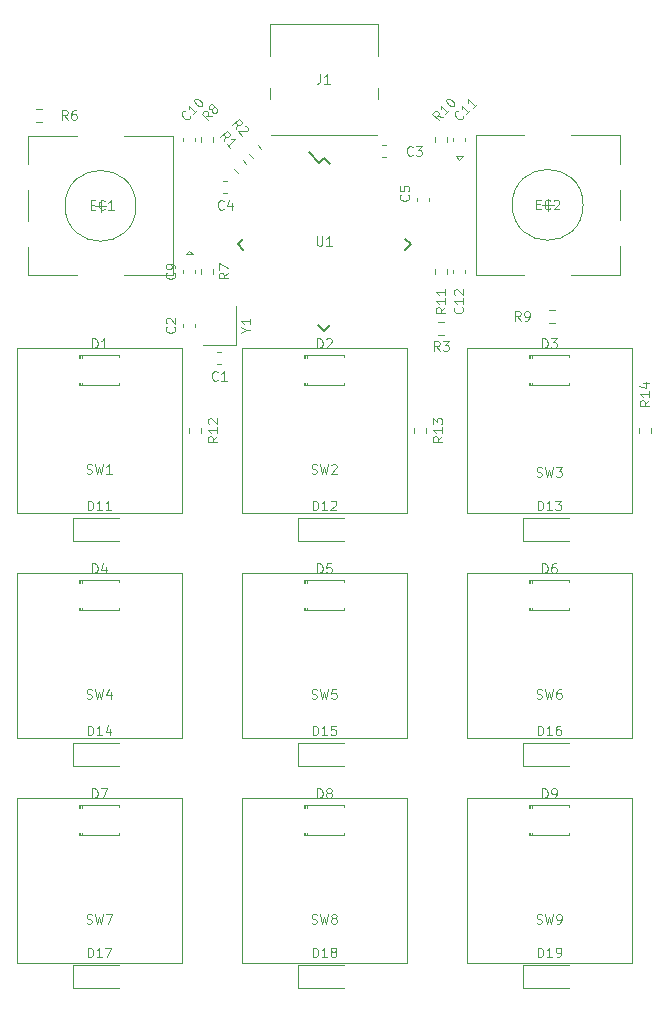
<source format=gbr>
G04 #@! TF.GenerationSoftware,KiCad,Pcbnew,(5.1.9)-1*
G04 #@! TF.CreationDate,2021-03-09T14:09:52+01:00*
G04 #@! TF.ProjectId,OpenMacroPad,4f70656e-4d61-4637-926f-5061642e6b69,rev?*
G04 #@! TF.SameCoordinates,Original*
G04 #@! TF.FileFunction,Legend,Top*
G04 #@! TF.FilePolarity,Positive*
%FSLAX46Y46*%
G04 Gerber Fmt 4.6, Leading zero omitted, Abs format (unit mm)*
G04 Created by KiCad (PCBNEW (5.1.9)-1) date 2021-03-09 14:09:52*
%MOMM*%
%LPD*%
G01*
G04 APERTURE LIST*
%ADD10C,0.120000*%
%ADD11C,0.150000*%
%ADD12C,0.100000*%
G04 APERTURE END LIST*
D10*
X202819000Y-90805000D02*
X202819000Y-104775000D01*
X188849000Y-90805000D02*
X202819000Y-90805000D01*
X188849000Y-104775000D02*
X188849000Y-90805000D01*
X202819000Y-104775000D02*
X188849000Y-104775000D01*
X198714000Y-78700000D02*
G75*
G03*
X198714000Y-78700000I-3000000J0D01*
G01*
X197714000Y-72800000D02*
X201814000Y-72800000D01*
X201814000Y-84600000D02*
X197714000Y-84600000D01*
X193714000Y-84600000D02*
X189614000Y-84600000D01*
X193714000Y-72800000D02*
X189614000Y-72800000D01*
X189614000Y-72800000D02*
X189614000Y-84600000D01*
X188214000Y-74900000D02*
X187914000Y-74600000D01*
X187914000Y-74600000D02*
X188514000Y-74600000D01*
X188514000Y-74600000D02*
X188214000Y-74900000D01*
X201814000Y-72800000D02*
X201814000Y-75200000D01*
X201814000Y-77400000D02*
X201814000Y-80000000D01*
X201814000Y-82200000D02*
X201814000Y-84600000D01*
X195714000Y-78200000D02*
X195714000Y-79200000D01*
X195214000Y-78700000D02*
X196214000Y-78700000D01*
X202819000Y-128905000D02*
X202819000Y-142875000D01*
X188849000Y-128905000D02*
X202819000Y-128905000D01*
X188849000Y-142875000D02*
X188849000Y-128905000D01*
X202819000Y-142875000D02*
X188849000Y-142875000D01*
X183769000Y-142875000D02*
X169799000Y-142875000D01*
X169799000Y-142875000D02*
X169799000Y-128905000D01*
X169799000Y-128905000D02*
X183769000Y-128905000D01*
X183769000Y-128905000D02*
X183769000Y-142875000D01*
X164719000Y-128905000D02*
X164719000Y-142875000D01*
X150749000Y-128905000D02*
X164719000Y-128905000D01*
X150749000Y-142875000D02*
X150749000Y-128905000D01*
X164719000Y-142875000D02*
X150749000Y-142875000D01*
X202819000Y-123825000D02*
X188849000Y-123825000D01*
X188849000Y-123825000D02*
X188849000Y-109855000D01*
X188849000Y-109855000D02*
X202819000Y-109855000D01*
X202819000Y-109855000D02*
X202819000Y-123825000D01*
X183769000Y-109855000D02*
X183769000Y-123825000D01*
X169799000Y-109855000D02*
X183769000Y-109855000D01*
X169799000Y-123825000D02*
X169799000Y-109855000D01*
X183769000Y-123825000D02*
X169799000Y-123825000D01*
X164719000Y-123825000D02*
X150749000Y-123825000D01*
X150749000Y-123825000D02*
X150749000Y-109855000D01*
X150749000Y-109855000D02*
X164719000Y-109855000D01*
X164719000Y-109855000D02*
X164719000Y-123825000D01*
X183769000Y-104775000D02*
X169799000Y-104775000D01*
X169799000Y-104775000D02*
X169799000Y-90805000D01*
X169799000Y-90805000D02*
X183769000Y-90805000D01*
X183769000Y-90805000D02*
X183769000Y-104775000D01*
X164719000Y-90805000D02*
X164719000Y-104775000D01*
X150749000Y-90805000D02*
X164719000Y-90805000D01*
X150749000Y-104775000D02*
X150749000Y-90805000D01*
X164719000Y-104775000D02*
X150749000Y-104775000D01*
X169294000Y-90550000D02*
X169294000Y-87250000D01*
X166494000Y-90550000D02*
X169294000Y-90550000D01*
X204484500Y-98027258D02*
X204484500Y-97552742D01*
X203439500Y-98027258D02*
X203439500Y-97552742D01*
X185434500Y-98027258D02*
X185434500Y-97552742D01*
X184389500Y-98027258D02*
X184389500Y-97552742D01*
X166384500Y-98027258D02*
X166384500Y-97552742D01*
X165339500Y-98027258D02*
X165339500Y-97552742D01*
X187212500Y-84565258D02*
X187212500Y-84090742D01*
X186167500Y-84565258D02*
X186167500Y-84090742D01*
X187212500Y-73389258D02*
X187212500Y-72914742D01*
X186167500Y-73389258D02*
X186167500Y-72914742D01*
X196325258Y-87615500D02*
X195850742Y-87615500D01*
X196325258Y-88660500D02*
X195850742Y-88660500D01*
X166355500Y-72914742D02*
X166355500Y-73389258D01*
X167400500Y-72914742D02*
X167400500Y-73389258D01*
X166355500Y-84090742D02*
X166355500Y-84565258D01*
X167400500Y-84090742D02*
X167400500Y-84565258D01*
X152416742Y-71642500D02*
X152891258Y-71642500D01*
X152416742Y-70597500D02*
X152891258Y-70597500D01*
X155484000Y-105172000D02*
X159384000Y-105172000D01*
X155484000Y-107172000D02*
X159384000Y-107172000D01*
X155484000Y-105172000D02*
X155484000Y-107172000D01*
X193584000Y-143018000D02*
X197484000Y-143018000D01*
X193584000Y-145018000D02*
X197484000Y-145018000D01*
X193584000Y-143018000D02*
X193584000Y-145018000D01*
X174534000Y-143018000D02*
X178434000Y-143018000D01*
X174534000Y-145018000D02*
X178434000Y-145018000D01*
X174534000Y-143018000D02*
X174534000Y-145018000D01*
X155484000Y-143018000D02*
X159384000Y-143018000D01*
X155484000Y-145018000D02*
X159384000Y-145018000D01*
X155484000Y-143018000D02*
X155484000Y-145018000D01*
X193584000Y-124222000D02*
X197484000Y-124222000D01*
X193584000Y-126222000D02*
X197484000Y-126222000D01*
X193584000Y-124222000D02*
X193584000Y-126222000D01*
X174534000Y-124222000D02*
X178434000Y-124222000D01*
X174534000Y-126222000D02*
X178434000Y-126222000D01*
X174534000Y-124222000D02*
X174534000Y-126222000D01*
X155484000Y-124222000D02*
X159384000Y-124222000D01*
X155484000Y-126222000D02*
X159384000Y-126222000D01*
X155484000Y-124222000D02*
X155484000Y-126222000D01*
X193584000Y-105172000D02*
X197484000Y-105172000D01*
X193584000Y-107172000D02*
X197484000Y-107172000D01*
X193584000Y-105172000D02*
X193584000Y-107172000D01*
X174534000Y-105172000D02*
X178434000Y-105172000D01*
X174534000Y-107172000D02*
X178434000Y-107172000D01*
X174534000Y-105172000D02*
X174534000Y-107172000D01*
X188724000Y-84468580D02*
X188724000Y-84187420D01*
X187704000Y-84468580D02*
X187704000Y-84187420D01*
X188724000Y-73292580D02*
X188724000Y-73011420D01*
X187704000Y-73292580D02*
X187704000Y-73011420D01*
X164844000Y-73011420D02*
X164844000Y-73292580D01*
X165864000Y-73011420D02*
X165864000Y-73292580D01*
X164844000Y-84187420D02*
X164844000Y-84468580D01*
X165864000Y-84187420D02*
X165864000Y-84468580D01*
X186452742Y-89676500D02*
X186927258Y-89676500D01*
X186452742Y-88631500D02*
X186927258Y-88631500D01*
X171479230Y-73966303D02*
X171143697Y-73630770D01*
X170740303Y-74705230D02*
X170404770Y-74369697D01*
X169134770Y-75639697D02*
X169470303Y-75975230D01*
X169873697Y-74900770D02*
X170209230Y-75236303D01*
X184656000Y-78091420D02*
X184656000Y-78372580D01*
X185676000Y-78091420D02*
X185676000Y-78372580D01*
X168261420Y-77726000D02*
X168542580Y-77726000D01*
X168261420Y-76706000D02*
X168542580Y-76706000D01*
X181723420Y-74678000D02*
X182004580Y-74678000D01*
X181723420Y-73658000D02*
X182004580Y-73658000D01*
X164844000Y-88759420D02*
X164844000Y-89040580D01*
X165864000Y-88759420D02*
X165864000Y-89040580D01*
X167753420Y-92204000D02*
X168034580Y-92204000D01*
X167753420Y-91184000D02*
X168034580Y-91184000D01*
X181379000Y-69736000D02*
X181379000Y-68836000D01*
X172189000Y-69736000D02*
X172189000Y-68836000D01*
X181379000Y-66136000D02*
X181379000Y-63406000D01*
X172189000Y-66136000D02*
X172189000Y-63406000D01*
X181259000Y-72816000D02*
X172309000Y-72816000D01*
X181379000Y-63406000D02*
X172189000Y-63406000D01*
X194364000Y-131890000D02*
X194364000Y-132070000D01*
X194364000Y-129550000D02*
X194364000Y-129730000D01*
X194244000Y-131890000D02*
X194244000Y-132070000D01*
X194244000Y-129550000D02*
X194244000Y-129730000D01*
X197544000Y-131905000D02*
X197544000Y-132070000D01*
X197544000Y-129550000D02*
X197544000Y-129715000D01*
X194124000Y-131890000D02*
X194124000Y-132070000D01*
X194124000Y-129550000D02*
X194124000Y-129730000D01*
X194124000Y-132070000D02*
X197544000Y-132070000D01*
X194124000Y-129550000D02*
X197544000Y-129550000D01*
X175314000Y-131890000D02*
X175314000Y-132070000D01*
X175314000Y-129550000D02*
X175314000Y-129730000D01*
X175194000Y-131890000D02*
X175194000Y-132070000D01*
X175194000Y-129550000D02*
X175194000Y-129730000D01*
X178494000Y-131905000D02*
X178494000Y-132070000D01*
X178494000Y-129550000D02*
X178494000Y-129715000D01*
X175074000Y-131890000D02*
X175074000Y-132070000D01*
X175074000Y-129550000D02*
X175074000Y-129730000D01*
X175074000Y-132070000D02*
X178494000Y-132070000D01*
X175074000Y-129550000D02*
X178494000Y-129550000D01*
X156264000Y-131890000D02*
X156264000Y-132070000D01*
X156264000Y-129550000D02*
X156264000Y-129730000D01*
X156144000Y-131890000D02*
X156144000Y-132070000D01*
X156144000Y-129550000D02*
X156144000Y-129730000D01*
X159444000Y-131905000D02*
X159444000Y-132070000D01*
X159444000Y-129550000D02*
X159444000Y-129715000D01*
X156024000Y-131890000D02*
X156024000Y-132070000D01*
X156024000Y-129550000D02*
X156024000Y-129730000D01*
X156024000Y-132070000D02*
X159444000Y-132070000D01*
X156024000Y-129550000D02*
X159444000Y-129550000D01*
X194364000Y-112840000D02*
X194364000Y-113020000D01*
X194364000Y-110500000D02*
X194364000Y-110680000D01*
X194244000Y-112840000D02*
X194244000Y-113020000D01*
X194244000Y-110500000D02*
X194244000Y-110680000D01*
X197544000Y-112855000D02*
X197544000Y-113020000D01*
X197544000Y-110500000D02*
X197544000Y-110665000D01*
X194124000Y-112840000D02*
X194124000Y-113020000D01*
X194124000Y-110500000D02*
X194124000Y-110680000D01*
X194124000Y-113020000D02*
X197544000Y-113020000D01*
X194124000Y-110500000D02*
X197544000Y-110500000D01*
X175314000Y-112840000D02*
X175314000Y-113020000D01*
X175314000Y-110500000D02*
X175314000Y-110680000D01*
X175194000Y-112840000D02*
X175194000Y-113020000D01*
X175194000Y-110500000D02*
X175194000Y-110680000D01*
X178494000Y-112855000D02*
X178494000Y-113020000D01*
X178494000Y-110500000D02*
X178494000Y-110665000D01*
X175074000Y-112840000D02*
X175074000Y-113020000D01*
X175074000Y-110500000D02*
X175074000Y-110680000D01*
X175074000Y-113020000D02*
X178494000Y-113020000D01*
X175074000Y-110500000D02*
X178494000Y-110500000D01*
X156264000Y-112840000D02*
X156264000Y-113020000D01*
X156264000Y-110500000D02*
X156264000Y-110680000D01*
X156144000Y-112840000D02*
X156144000Y-113020000D01*
X156144000Y-110500000D02*
X156144000Y-110680000D01*
X159444000Y-112855000D02*
X159444000Y-113020000D01*
X159444000Y-110500000D02*
X159444000Y-110665000D01*
X156024000Y-112840000D02*
X156024000Y-113020000D01*
X156024000Y-110500000D02*
X156024000Y-110680000D01*
X156024000Y-113020000D02*
X159444000Y-113020000D01*
X156024000Y-110500000D02*
X159444000Y-110500000D01*
X194364000Y-93790000D02*
X194364000Y-93970000D01*
X194364000Y-91450000D02*
X194364000Y-91630000D01*
X194244000Y-93790000D02*
X194244000Y-93970000D01*
X194244000Y-91450000D02*
X194244000Y-91630000D01*
X197544000Y-93805000D02*
X197544000Y-93970000D01*
X197544000Y-91450000D02*
X197544000Y-91615000D01*
X194124000Y-93790000D02*
X194124000Y-93970000D01*
X194124000Y-91450000D02*
X194124000Y-91630000D01*
X194124000Y-93970000D02*
X197544000Y-93970000D01*
X194124000Y-91450000D02*
X197544000Y-91450000D01*
X156264000Y-93790000D02*
X156264000Y-93970000D01*
X156264000Y-91450000D02*
X156264000Y-91630000D01*
X156144000Y-93790000D02*
X156144000Y-93970000D01*
X156144000Y-91450000D02*
X156144000Y-91630000D01*
X159444000Y-93805000D02*
X159444000Y-93970000D01*
X159444000Y-91450000D02*
X159444000Y-91615000D01*
X156024000Y-93790000D02*
X156024000Y-93970000D01*
X156024000Y-91450000D02*
X156024000Y-91630000D01*
X156024000Y-93970000D02*
X159444000Y-93970000D01*
X156024000Y-91450000D02*
X159444000Y-91450000D01*
X175314000Y-93790000D02*
X175314000Y-93970000D01*
X175314000Y-91450000D02*
X175314000Y-91630000D01*
X175194000Y-93790000D02*
X175194000Y-93970000D01*
X175194000Y-91450000D02*
X175194000Y-91630000D01*
X178494000Y-93805000D02*
X178494000Y-93970000D01*
X178494000Y-91450000D02*
X178494000Y-91615000D01*
X175074000Y-93790000D02*
X175074000Y-93970000D01*
X175074000Y-91450000D02*
X175074000Y-91630000D01*
X175074000Y-93970000D02*
X178494000Y-93970000D01*
X175074000Y-91450000D02*
X178494000Y-91450000D01*
D11*
X176377414Y-75130031D02*
X175475852Y-74228470D01*
X184102555Y-82042000D02*
X183625258Y-81564703D01*
X176784000Y-89360555D02*
X176306703Y-88883258D01*
X169465445Y-82042000D02*
X169942742Y-82519297D01*
X176784000Y-74723445D02*
X177261297Y-75200742D01*
X169465445Y-82042000D02*
X169942742Y-81564703D01*
X176784000Y-89360555D02*
X177261297Y-88883258D01*
X184102555Y-82042000D02*
X183625258Y-82519297D01*
X176784000Y-74723445D02*
X176377414Y-75130031D01*
D10*
X160854000Y-78780000D02*
G75*
G03*
X160854000Y-78780000I-3000000J0D01*
G01*
X155854000Y-84680000D02*
X151754000Y-84680000D01*
X151754000Y-72880000D02*
X155854000Y-72880000D01*
X159854000Y-72880000D02*
X163954000Y-72880000D01*
X159854000Y-84680000D02*
X163954000Y-84680000D01*
X163954000Y-84680000D02*
X163954000Y-72880000D01*
X165354000Y-82580000D02*
X165654000Y-82880000D01*
X165654000Y-82880000D02*
X165054000Y-82880000D01*
X165054000Y-82880000D02*
X165354000Y-82580000D01*
X151754000Y-84680000D02*
X151754000Y-82280000D01*
X151754000Y-80080000D02*
X151754000Y-77480000D01*
X151754000Y-75280000D02*
X151754000Y-72880000D01*
X157854000Y-79280000D02*
X157854000Y-78280000D01*
X158354000Y-78780000D02*
X157354000Y-78780000D01*
D12*
X194767333Y-101669809D02*
X194881619Y-101707904D01*
X195072095Y-101707904D01*
X195148285Y-101669809D01*
X195186380Y-101631714D01*
X195224476Y-101555523D01*
X195224476Y-101479333D01*
X195186380Y-101403142D01*
X195148285Y-101365047D01*
X195072095Y-101326952D01*
X194919714Y-101288857D01*
X194843523Y-101250761D01*
X194805428Y-101212666D01*
X194767333Y-101136476D01*
X194767333Y-101060285D01*
X194805428Y-100984095D01*
X194843523Y-100946000D01*
X194919714Y-100907904D01*
X195110190Y-100907904D01*
X195224476Y-100946000D01*
X195491142Y-100907904D02*
X195681619Y-101707904D01*
X195834000Y-101136476D01*
X195986380Y-101707904D01*
X196176857Y-100907904D01*
X196405428Y-100907904D02*
X196900666Y-100907904D01*
X196634000Y-101212666D01*
X196748285Y-101212666D01*
X196824476Y-101250761D01*
X196862571Y-101288857D01*
X196900666Y-101365047D01*
X196900666Y-101555523D01*
X196862571Y-101631714D01*
X196824476Y-101669809D01*
X196748285Y-101707904D01*
X196519714Y-101707904D01*
X196443523Y-101669809D01*
X196405428Y-101631714D01*
X194761619Y-78642857D02*
X195028285Y-78642857D01*
X195142571Y-79061904D02*
X194761619Y-79061904D01*
X194761619Y-78261904D01*
X195142571Y-78261904D01*
X195942571Y-78985714D02*
X195904476Y-79023809D01*
X195790190Y-79061904D01*
X195714000Y-79061904D01*
X195599714Y-79023809D01*
X195523523Y-78947619D01*
X195485428Y-78871428D01*
X195447333Y-78719047D01*
X195447333Y-78604761D01*
X195485428Y-78452380D01*
X195523523Y-78376190D01*
X195599714Y-78300000D01*
X195714000Y-78261904D01*
X195790190Y-78261904D01*
X195904476Y-78300000D01*
X195942571Y-78338095D01*
X196247333Y-78338095D02*
X196285428Y-78300000D01*
X196361619Y-78261904D01*
X196552095Y-78261904D01*
X196628285Y-78300000D01*
X196666380Y-78338095D01*
X196704476Y-78414285D01*
X196704476Y-78490476D01*
X196666380Y-78604761D01*
X196209238Y-79061904D01*
X196704476Y-79061904D01*
X194767333Y-139515809D02*
X194881619Y-139553904D01*
X195072095Y-139553904D01*
X195148285Y-139515809D01*
X195186380Y-139477714D01*
X195224476Y-139401523D01*
X195224476Y-139325333D01*
X195186380Y-139249142D01*
X195148285Y-139211047D01*
X195072095Y-139172952D01*
X194919714Y-139134857D01*
X194843523Y-139096761D01*
X194805428Y-139058666D01*
X194767333Y-138982476D01*
X194767333Y-138906285D01*
X194805428Y-138830095D01*
X194843523Y-138792000D01*
X194919714Y-138753904D01*
X195110190Y-138753904D01*
X195224476Y-138792000D01*
X195491142Y-138753904D02*
X195681619Y-139553904D01*
X195834000Y-138982476D01*
X195986380Y-139553904D01*
X196176857Y-138753904D01*
X196519714Y-139553904D02*
X196672095Y-139553904D01*
X196748285Y-139515809D01*
X196786380Y-139477714D01*
X196862571Y-139363428D01*
X196900666Y-139211047D01*
X196900666Y-138906285D01*
X196862571Y-138830095D01*
X196824476Y-138792000D01*
X196748285Y-138753904D01*
X196595904Y-138753904D01*
X196519714Y-138792000D01*
X196481619Y-138830095D01*
X196443523Y-138906285D01*
X196443523Y-139096761D01*
X196481619Y-139172952D01*
X196519714Y-139211047D01*
X196595904Y-139249142D01*
X196748285Y-139249142D01*
X196824476Y-139211047D01*
X196862571Y-139172952D01*
X196900666Y-139096761D01*
X175717333Y-139515809D02*
X175831619Y-139553904D01*
X176022095Y-139553904D01*
X176098285Y-139515809D01*
X176136380Y-139477714D01*
X176174476Y-139401523D01*
X176174476Y-139325333D01*
X176136380Y-139249142D01*
X176098285Y-139211047D01*
X176022095Y-139172952D01*
X175869714Y-139134857D01*
X175793523Y-139096761D01*
X175755428Y-139058666D01*
X175717333Y-138982476D01*
X175717333Y-138906285D01*
X175755428Y-138830095D01*
X175793523Y-138792000D01*
X175869714Y-138753904D01*
X176060190Y-138753904D01*
X176174476Y-138792000D01*
X176441142Y-138753904D02*
X176631619Y-139553904D01*
X176784000Y-138982476D01*
X176936380Y-139553904D01*
X177126857Y-138753904D01*
X177545904Y-139096761D02*
X177469714Y-139058666D01*
X177431619Y-139020571D01*
X177393523Y-138944380D01*
X177393523Y-138906285D01*
X177431619Y-138830095D01*
X177469714Y-138792000D01*
X177545904Y-138753904D01*
X177698285Y-138753904D01*
X177774476Y-138792000D01*
X177812571Y-138830095D01*
X177850666Y-138906285D01*
X177850666Y-138944380D01*
X177812571Y-139020571D01*
X177774476Y-139058666D01*
X177698285Y-139096761D01*
X177545904Y-139096761D01*
X177469714Y-139134857D01*
X177431619Y-139172952D01*
X177393523Y-139249142D01*
X177393523Y-139401523D01*
X177431619Y-139477714D01*
X177469714Y-139515809D01*
X177545904Y-139553904D01*
X177698285Y-139553904D01*
X177774476Y-139515809D01*
X177812571Y-139477714D01*
X177850666Y-139401523D01*
X177850666Y-139249142D01*
X177812571Y-139172952D01*
X177774476Y-139134857D01*
X177698285Y-139096761D01*
X156667333Y-139515809D02*
X156781619Y-139553904D01*
X156972095Y-139553904D01*
X157048285Y-139515809D01*
X157086380Y-139477714D01*
X157124476Y-139401523D01*
X157124476Y-139325333D01*
X157086380Y-139249142D01*
X157048285Y-139211047D01*
X156972095Y-139172952D01*
X156819714Y-139134857D01*
X156743523Y-139096761D01*
X156705428Y-139058666D01*
X156667333Y-138982476D01*
X156667333Y-138906285D01*
X156705428Y-138830095D01*
X156743523Y-138792000D01*
X156819714Y-138753904D01*
X157010190Y-138753904D01*
X157124476Y-138792000D01*
X157391142Y-138753904D02*
X157581619Y-139553904D01*
X157734000Y-138982476D01*
X157886380Y-139553904D01*
X158076857Y-138753904D01*
X158305428Y-138753904D02*
X158838761Y-138753904D01*
X158495904Y-139553904D01*
X194767333Y-120465809D02*
X194881619Y-120503904D01*
X195072095Y-120503904D01*
X195148285Y-120465809D01*
X195186380Y-120427714D01*
X195224476Y-120351523D01*
X195224476Y-120275333D01*
X195186380Y-120199142D01*
X195148285Y-120161047D01*
X195072095Y-120122952D01*
X194919714Y-120084857D01*
X194843523Y-120046761D01*
X194805428Y-120008666D01*
X194767333Y-119932476D01*
X194767333Y-119856285D01*
X194805428Y-119780095D01*
X194843523Y-119742000D01*
X194919714Y-119703904D01*
X195110190Y-119703904D01*
X195224476Y-119742000D01*
X195491142Y-119703904D02*
X195681619Y-120503904D01*
X195834000Y-119932476D01*
X195986380Y-120503904D01*
X196176857Y-119703904D01*
X196824476Y-119703904D02*
X196672095Y-119703904D01*
X196595904Y-119742000D01*
X196557809Y-119780095D01*
X196481619Y-119894380D01*
X196443523Y-120046761D01*
X196443523Y-120351523D01*
X196481619Y-120427714D01*
X196519714Y-120465809D01*
X196595904Y-120503904D01*
X196748285Y-120503904D01*
X196824476Y-120465809D01*
X196862571Y-120427714D01*
X196900666Y-120351523D01*
X196900666Y-120161047D01*
X196862571Y-120084857D01*
X196824476Y-120046761D01*
X196748285Y-120008666D01*
X196595904Y-120008666D01*
X196519714Y-120046761D01*
X196481619Y-120084857D01*
X196443523Y-120161047D01*
X175717333Y-120465809D02*
X175831619Y-120503904D01*
X176022095Y-120503904D01*
X176098285Y-120465809D01*
X176136380Y-120427714D01*
X176174476Y-120351523D01*
X176174476Y-120275333D01*
X176136380Y-120199142D01*
X176098285Y-120161047D01*
X176022095Y-120122952D01*
X175869714Y-120084857D01*
X175793523Y-120046761D01*
X175755428Y-120008666D01*
X175717333Y-119932476D01*
X175717333Y-119856285D01*
X175755428Y-119780095D01*
X175793523Y-119742000D01*
X175869714Y-119703904D01*
X176060190Y-119703904D01*
X176174476Y-119742000D01*
X176441142Y-119703904D02*
X176631619Y-120503904D01*
X176784000Y-119932476D01*
X176936380Y-120503904D01*
X177126857Y-119703904D01*
X177812571Y-119703904D02*
X177431619Y-119703904D01*
X177393523Y-120084857D01*
X177431619Y-120046761D01*
X177507809Y-120008666D01*
X177698285Y-120008666D01*
X177774476Y-120046761D01*
X177812571Y-120084857D01*
X177850666Y-120161047D01*
X177850666Y-120351523D01*
X177812571Y-120427714D01*
X177774476Y-120465809D01*
X177698285Y-120503904D01*
X177507809Y-120503904D01*
X177431619Y-120465809D01*
X177393523Y-120427714D01*
X156667333Y-120465809D02*
X156781619Y-120503904D01*
X156972095Y-120503904D01*
X157048285Y-120465809D01*
X157086380Y-120427714D01*
X157124476Y-120351523D01*
X157124476Y-120275333D01*
X157086380Y-120199142D01*
X157048285Y-120161047D01*
X156972095Y-120122952D01*
X156819714Y-120084857D01*
X156743523Y-120046761D01*
X156705428Y-120008666D01*
X156667333Y-119932476D01*
X156667333Y-119856285D01*
X156705428Y-119780095D01*
X156743523Y-119742000D01*
X156819714Y-119703904D01*
X157010190Y-119703904D01*
X157124476Y-119742000D01*
X157391142Y-119703904D02*
X157581619Y-120503904D01*
X157734000Y-119932476D01*
X157886380Y-120503904D01*
X158076857Y-119703904D01*
X158724476Y-119970571D02*
X158724476Y-120503904D01*
X158534000Y-119665809D02*
X158343523Y-120237238D01*
X158838761Y-120237238D01*
X175717333Y-101415809D02*
X175831619Y-101453904D01*
X176022095Y-101453904D01*
X176098285Y-101415809D01*
X176136380Y-101377714D01*
X176174476Y-101301523D01*
X176174476Y-101225333D01*
X176136380Y-101149142D01*
X176098285Y-101111047D01*
X176022095Y-101072952D01*
X175869714Y-101034857D01*
X175793523Y-100996761D01*
X175755428Y-100958666D01*
X175717333Y-100882476D01*
X175717333Y-100806285D01*
X175755428Y-100730095D01*
X175793523Y-100692000D01*
X175869714Y-100653904D01*
X176060190Y-100653904D01*
X176174476Y-100692000D01*
X176441142Y-100653904D02*
X176631619Y-101453904D01*
X176784000Y-100882476D01*
X176936380Y-101453904D01*
X177126857Y-100653904D01*
X177393523Y-100730095D02*
X177431619Y-100692000D01*
X177507809Y-100653904D01*
X177698285Y-100653904D01*
X177774476Y-100692000D01*
X177812571Y-100730095D01*
X177850666Y-100806285D01*
X177850666Y-100882476D01*
X177812571Y-100996761D01*
X177355428Y-101453904D01*
X177850666Y-101453904D01*
X156667333Y-101415809D02*
X156781619Y-101453904D01*
X156972095Y-101453904D01*
X157048285Y-101415809D01*
X157086380Y-101377714D01*
X157124476Y-101301523D01*
X157124476Y-101225333D01*
X157086380Y-101149142D01*
X157048285Y-101111047D01*
X156972095Y-101072952D01*
X156819714Y-101034857D01*
X156743523Y-100996761D01*
X156705428Y-100958666D01*
X156667333Y-100882476D01*
X156667333Y-100806285D01*
X156705428Y-100730095D01*
X156743523Y-100692000D01*
X156819714Y-100653904D01*
X157010190Y-100653904D01*
X157124476Y-100692000D01*
X157391142Y-100653904D02*
X157581619Y-101453904D01*
X157734000Y-100882476D01*
X157886380Y-101453904D01*
X158076857Y-100653904D01*
X158800666Y-101453904D02*
X158343523Y-101453904D01*
X158572095Y-101453904D02*
X158572095Y-100653904D01*
X158495904Y-100768190D01*
X158419714Y-100844380D01*
X158343523Y-100882476D01*
X170160952Y-89280952D02*
X170541904Y-89280952D01*
X169741904Y-89547619D02*
X170160952Y-89280952D01*
X169741904Y-89014285D01*
X170541904Y-88328571D02*
X170541904Y-88785714D01*
X170541904Y-88557142D02*
X169741904Y-88557142D01*
X169856190Y-88633333D01*
X169932380Y-88709523D01*
X169970476Y-88785714D01*
X204323904Y-95256285D02*
X203942952Y-95522952D01*
X204323904Y-95713428D02*
X203523904Y-95713428D01*
X203523904Y-95408666D01*
X203562000Y-95332476D01*
X203600095Y-95294380D01*
X203676285Y-95256285D01*
X203790571Y-95256285D01*
X203866761Y-95294380D01*
X203904857Y-95332476D01*
X203942952Y-95408666D01*
X203942952Y-95713428D01*
X204323904Y-94494380D02*
X204323904Y-94951523D01*
X204323904Y-94722952D02*
X203523904Y-94722952D01*
X203638190Y-94799142D01*
X203714380Y-94875333D01*
X203752476Y-94951523D01*
X203790571Y-93808666D02*
X204323904Y-93808666D01*
X203485809Y-93999142D02*
X204057238Y-94189619D01*
X204057238Y-93694380D01*
X186797904Y-98304285D02*
X186416952Y-98570952D01*
X186797904Y-98761428D02*
X185997904Y-98761428D01*
X185997904Y-98456666D01*
X186036000Y-98380476D01*
X186074095Y-98342380D01*
X186150285Y-98304285D01*
X186264571Y-98304285D01*
X186340761Y-98342380D01*
X186378857Y-98380476D01*
X186416952Y-98456666D01*
X186416952Y-98761428D01*
X186797904Y-97542380D02*
X186797904Y-97999523D01*
X186797904Y-97770952D02*
X185997904Y-97770952D01*
X186112190Y-97847142D01*
X186188380Y-97923333D01*
X186226476Y-97999523D01*
X185997904Y-97275714D02*
X185997904Y-96780476D01*
X186302666Y-97047142D01*
X186302666Y-96932857D01*
X186340761Y-96856666D01*
X186378857Y-96818571D01*
X186455047Y-96780476D01*
X186645523Y-96780476D01*
X186721714Y-96818571D01*
X186759809Y-96856666D01*
X186797904Y-96932857D01*
X186797904Y-97161428D01*
X186759809Y-97237619D01*
X186721714Y-97275714D01*
X167747904Y-98304285D02*
X167366952Y-98570952D01*
X167747904Y-98761428D02*
X166947904Y-98761428D01*
X166947904Y-98456666D01*
X166986000Y-98380476D01*
X167024095Y-98342380D01*
X167100285Y-98304285D01*
X167214571Y-98304285D01*
X167290761Y-98342380D01*
X167328857Y-98380476D01*
X167366952Y-98456666D01*
X167366952Y-98761428D01*
X167747904Y-97542380D02*
X167747904Y-97999523D01*
X167747904Y-97770952D02*
X166947904Y-97770952D01*
X167062190Y-97847142D01*
X167138380Y-97923333D01*
X167176476Y-97999523D01*
X167024095Y-97237619D02*
X166986000Y-97199523D01*
X166947904Y-97123333D01*
X166947904Y-96932857D01*
X166986000Y-96856666D01*
X167024095Y-96818571D01*
X167100285Y-96780476D01*
X167176476Y-96780476D01*
X167290761Y-96818571D01*
X167747904Y-97275714D01*
X167747904Y-96780476D01*
X187051904Y-87382285D02*
X186670952Y-87648952D01*
X187051904Y-87839428D02*
X186251904Y-87839428D01*
X186251904Y-87534666D01*
X186290000Y-87458476D01*
X186328095Y-87420380D01*
X186404285Y-87382285D01*
X186518571Y-87382285D01*
X186594761Y-87420380D01*
X186632857Y-87458476D01*
X186670952Y-87534666D01*
X186670952Y-87839428D01*
X187051904Y-86620380D02*
X187051904Y-87077523D01*
X187051904Y-86848952D02*
X186251904Y-86848952D01*
X186366190Y-86925142D01*
X186442380Y-87001333D01*
X186480476Y-87077523D01*
X187051904Y-85858476D02*
X187051904Y-86315619D01*
X187051904Y-86087047D02*
X186251904Y-86087047D01*
X186366190Y-86163238D01*
X186442380Y-86239428D01*
X186480476Y-86315619D01*
X186836250Y-71231560D02*
X186378314Y-71150748D01*
X186513001Y-71554809D02*
X185947316Y-70989123D01*
X186162815Y-70773624D01*
X186243627Y-70746687D01*
X186297502Y-70746687D01*
X186378314Y-70773624D01*
X186459126Y-70854436D01*
X186486064Y-70935248D01*
X186486064Y-70989123D01*
X186459126Y-71069935D01*
X186243627Y-71285435D01*
X187374998Y-70692812D02*
X187051749Y-71016061D01*
X187213374Y-70854436D02*
X186647688Y-70288751D01*
X186674625Y-70423438D01*
X186674625Y-70531187D01*
X186647688Y-70612000D01*
X187159499Y-69776940D02*
X187213374Y-69723065D01*
X187294186Y-69696128D01*
X187348061Y-69696128D01*
X187428873Y-69723065D01*
X187563560Y-69803877D01*
X187698247Y-69938564D01*
X187779059Y-70073251D01*
X187805996Y-70154064D01*
X187805996Y-70207938D01*
X187779059Y-70288751D01*
X187725184Y-70342625D01*
X187644372Y-70369563D01*
X187590497Y-70369563D01*
X187509685Y-70342625D01*
X187374998Y-70261813D01*
X187240311Y-70127126D01*
X187159499Y-69992439D01*
X187132561Y-69911627D01*
X187132561Y-69857752D01*
X187159499Y-69776940D01*
X193414666Y-88499904D02*
X193148000Y-88118952D01*
X192957523Y-88499904D02*
X192957523Y-87699904D01*
X193262285Y-87699904D01*
X193338476Y-87738000D01*
X193376571Y-87776095D01*
X193414666Y-87852285D01*
X193414666Y-87966571D01*
X193376571Y-88042761D01*
X193338476Y-88080857D01*
X193262285Y-88118952D01*
X192957523Y-88118952D01*
X193795619Y-88499904D02*
X193948000Y-88499904D01*
X194024190Y-88461809D01*
X194062285Y-88423714D01*
X194138476Y-88309428D01*
X194176571Y-88157047D01*
X194176571Y-87852285D01*
X194138476Y-87776095D01*
X194100380Y-87738000D01*
X194024190Y-87699904D01*
X193871809Y-87699904D01*
X193795619Y-87738000D01*
X193757523Y-87776095D01*
X193719428Y-87852285D01*
X193719428Y-88042761D01*
X193757523Y-88118952D01*
X193795619Y-88157047D01*
X193871809Y-88195142D01*
X194024190Y-88195142D01*
X194100380Y-88157047D01*
X194138476Y-88118952D01*
X194176571Y-88042761D01*
X167293624Y-71216186D02*
X166835688Y-71135374D01*
X166970375Y-71539435D02*
X166404690Y-70973749D01*
X166620189Y-70758250D01*
X166701001Y-70731312D01*
X166754876Y-70731312D01*
X166835688Y-70758250D01*
X166916500Y-70839062D01*
X166943438Y-70919874D01*
X166943438Y-70973749D01*
X166916500Y-71054561D01*
X166701001Y-71270061D01*
X167293624Y-70569688D02*
X167212812Y-70596625D01*
X167158937Y-70596625D01*
X167078125Y-70569688D01*
X167051187Y-70542751D01*
X167024250Y-70461938D01*
X167024250Y-70408064D01*
X167051187Y-70327251D01*
X167158937Y-70219502D01*
X167239749Y-70192564D01*
X167293624Y-70192564D01*
X167374436Y-70219502D01*
X167401374Y-70246439D01*
X167428311Y-70327251D01*
X167428311Y-70381126D01*
X167401374Y-70461938D01*
X167293624Y-70569688D01*
X167266687Y-70650500D01*
X167266687Y-70704375D01*
X167293624Y-70785187D01*
X167401374Y-70892937D01*
X167482186Y-70919874D01*
X167536061Y-70919874D01*
X167616873Y-70892937D01*
X167724622Y-70785187D01*
X167751560Y-70704375D01*
X167751560Y-70650500D01*
X167724622Y-70569688D01*
X167616873Y-70461938D01*
X167536061Y-70435001D01*
X167482186Y-70435001D01*
X167401374Y-70461938D01*
X168669904Y-84461333D02*
X168288952Y-84728000D01*
X168669904Y-84918476D02*
X167869904Y-84918476D01*
X167869904Y-84613714D01*
X167908000Y-84537523D01*
X167946095Y-84499428D01*
X168022285Y-84461333D01*
X168136571Y-84461333D01*
X168212761Y-84499428D01*
X168250857Y-84537523D01*
X168288952Y-84613714D01*
X168288952Y-84918476D01*
X167869904Y-84194666D02*
X167869904Y-83661333D01*
X168669904Y-84004190D01*
X155060666Y-71481904D02*
X154794000Y-71100952D01*
X154603523Y-71481904D02*
X154603523Y-70681904D01*
X154908285Y-70681904D01*
X154984476Y-70720000D01*
X155022571Y-70758095D01*
X155060666Y-70834285D01*
X155060666Y-70948571D01*
X155022571Y-71024761D01*
X154984476Y-71062857D01*
X154908285Y-71100952D01*
X154603523Y-71100952D01*
X155746380Y-70681904D02*
X155594000Y-70681904D01*
X155517809Y-70720000D01*
X155479714Y-70758095D01*
X155403523Y-70872380D01*
X155365428Y-71024761D01*
X155365428Y-71329523D01*
X155403523Y-71405714D01*
X155441619Y-71443809D01*
X155517809Y-71481904D01*
X155670190Y-71481904D01*
X155746380Y-71443809D01*
X155784476Y-71405714D01*
X155822571Y-71329523D01*
X155822571Y-71139047D01*
X155784476Y-71062857D01*
X155746380Y-71024761D01*
X155670190Y-70986666D01*
X155517809Y-70986666D01*
X155441619Y-71024761D01*
X155403523Y-71062857D01*
X155365428Y-71139047D01*
X156762571Y-104533904D02*
X156762571Y-103733904D01*
X156953047Y-103733904D01*
X157067333Y-103772000D01*
X157143523Y-103848190D01*
X157181619Y-103924380D01*
X157219714Y-104076761D01*
X157219714Y-104191047D01*
X157181619Y-104343428D01*
X157143523Y-104419619D01*
X157067333Y-104495809D01*
X156953047Y-104533904D01*
X156762571Y-104533904D01*
X157981619Y-104533904D02*
X157524476Y-104533904D01*
X157753047Y-104533904D02*
X157753047Y-103733904D01*
X157676857Y-103848190D01*
X157600666Y-103924380D01*
X157524476Y-103962476D01*
X158743523Y-104533904D02*
X158286380Y-104533904D01*
X158514952Y-104533904D02*
X158514952Y-103733904D01*
X158438761Y-103848190D01*
X158362571Y-103924380D01*
X158286380Y-103962476D01*
X194862571Y-142379904D02*
X194862571Y-141579904D01*
X195053047Y-141579904D01*
X195167333Y-141618000D01*
X195243523Y-141694190D01*
X195281619Y-141770380D01*
X195319714Y-141922761D01*
X195319714Y-142037047D01*
X195281619Y-142189428D01*
X195243523Y-142265619D01*
X195167333Y-142341809D01*
X195053047Y-142379904D01*
X194862571Y-142379904D01*
X196081619Y-142379904D02*
X195624476Y-142379904D01*
X195853047Y-142379904D02*
X195853047Y-141579904D01*
X195776857Y-141694190D01*
X195700666Y-141770380D01*
X195624476Y-141808476D01*
X196462571Y-142379904D02*
X196614952Y-142379904D01*
X196691142Y-142341809D01*
X196729238Y-142303714D01*
X196805428Y-142189428D01*
X196843523Y-142037047D01*
X196843523Y-141732285D01*
X196805428Y-141656095D01*
X196767333Y-141618000D01*
X196691142Y-141579904D01*
X196538761Y-141579904D01*
X196462571Y-141618000D01*
X196424476Y-141656095D01*
X196386380Y-141732285D01*
X196386380Y-141922761D01*
X196424476Y-141998952D01*
X196462571Y-142037047D01*
X196538761Y-142075142D01*
X196691142Y-142075142D01*
X196767333Y-142037047D01*
X196805428Y-141998952D01*
X196843523Y-141922761D01*
X175812571Y-142379904D02*
X175812571Y-141579904D01*
X176003047Y-141579904D01*
X176117333Y-141618000D01*
X176193523Y-141694190D01*
X176231619Y-141770380D01*
X176269714Y-141922761D01*
X176269714Y-142037047D01*
X176231619Y-142189428D01*
X176193523Y-142265619D01*
X176117333Y-142341809D01*
X176003047Y-142379904D01*
X175812571Y-142379904D01*
X177031619Y-142379904D02*
X176574476Y-142379904D01*
X176803047Y-142379904D02*
X176803047Y-141579904D01*
X176726857Y-141694190D01*
X176650666Y-141770380D01*
X176574476Y-141808476D01*
X177488761Y-141922761D02*
X177412571Y-141884666D01*
X177374476Y-141846571D01*
X177336380Y-141770380D01*
X177336380Y-141732285D01*
X177374476Y-141656095D01*
X177412571Y-141618000D01*
X177488761Y-141579904D01*
X177641142Y-141579904D01*
X177717333Y-141618000D01*
X177755428Y-141656095D01*
X177793523Y-141732285D01*
X177793523Y-141770380D01*
X177755428Y-141846571D01*
X177717333Y-141884666D01*
X177641142Y-141922761D01*
X177488761Y-141922761D01*
X177412571Y-141960857D01*
X177374476Y-141998952D01*
X177336380Y-142075142D01*
X177336380Y-142227523D01*
X177374476Y-142303714D01*
X177412571Y-142341809D01*
X177488761Y-142379904D01*
X177641142Y-142379904D01*
X177717333Y-142341809D01*
X177755428Y-142303714D01*
X177793523Y-142227523D01*
X177793523Y-142075142D01*
X177755428Y-141998952D01*
X177717333Y-141960857D01*
X177641142Y-141922761D01*
X156762571Y-142379904D02*
X156762571Y-141579904D01*
X156953047Y-141579904D01*
X157067333Y-141618000D01*
X157143523Y-141694190D01*
X157181619Y-141770380D01*
X157219714Y-141922761D01*
X157219714Y-142037047D01*
X157181619Y-142189428D01*
X157143523Y-142265619D01*
X157067333Y-142341809D01*
X156953047Y-142379904D01*
X156762571Y-142379904D01*
X157981619Y-142379904D02*
X157524476Y-142379904D01*
X157753047Y-142379904D02*
X157753047Y-141579904D01*
X157676857Y-141694190D01*
X157600666Y-141770380D01*
X157524476Y-141808476D01*
X158248285Y-141579904D02*
X158781619Y-141579904D01*
X158438761Y-142379904D01*
X194862571Y-123583904D02*
X194862571Y-122783904D01*
X195053047Y-122783904D01*
X195167333Y-122822000D01*
X195243523Y-122898190D01*
X195281619Y-122974380D01*
X195319714Y-123126761D01*
X195319714Y-123241047D01*
X195281619Y-123393428D01*
X195243523Y-123469619D01*
X195167333Y-123545809D01*
X195053047Y-123583904D01*
X194862571Y-123583904D01*
X196081619Y-123583904D02*
X195624476Y-123583904D01*
X195853047Y-123583904D02*
X195853047Y-122783904D01*
X195776857Y-122898190D01*
X195700666Y-122974380D01*
X195624476Y-123012476D01*
X196767333Y-122783904D02*
X196614952Y-122783904D01*
X196538761Y-122822000D01*
X196500666Y-122860095D01*
X196424476Y-122974380D01*
X196386380Y-123126761D01*
X196386380Y-123431523D01*
X196424476Y-123507714D01*
X196462571Y-123545809D01*
X196538761Y-123583904D01*
X196691142Y-123583904D01*
X196767333Y-123545809D01*
X196805428Y-123507714D01*
X196843523Y-123431523D01*
X196843523Y-123241047D01*
X196805428Y-123164857D01*
X196767333Y-123126761D01*
X196691142Y-123088666D01*
X196538761Y-123088666D01*
X196462571Y-123126761D01*
X196424476Y-123164857D01*
X196386380Y-123241047D01*
X175812571Y-123583904D02*
X175812571Y-122783904D01*
X176003047Y-122783904D01*
X176117333Y-122822000D01*
X176193523Y-122898190D01*
X176231619Y-122974380D01*
X176269714Y-123126761D01*
X176269714Y-123241047D01*
X176231619Y-123393428D01*
X176193523Y-123469619D01*
X176117333Y-123545809D01*
X176003047Y-123583904D01*
X175812571Y-123583904D01*
X177031619Y-123583904D02*
X176574476Y-123583904D01*
X176803047Y-123583904D02*
X176803047Y-122783904D01*
X176726857Y-122898190D01*
X176650666Y-122974380D01*
X176574476Y-123012476D01*
X177755428Y-122783904D02*
X177374476Y-122783904D01*
X177336380Y-123164857D01*
X177374476Y-123126761D01*
X177450666Y-123088666D01*
X177641142Y-123088666D01*
X177717333Y-123126761D01*
X177755428Y-123164857D01*
X177793523Y-123241047D01*
X177793523Y-123431523D01*
X177755428Y-123507714D01*
X177717333Y-123545809D01*
X177641142Y-123583904D01*
X177450666Y-123583904D01*
X177374476Y-123545809D01*
X177336380Y-123507714D01*
X156762571Y-123583904D02*
X156762571Y-122783904D01*
X156953047Y-122783904D01*
X157067333Y-122822000D01*
X157143523Y-122898190D01*
X157181619Y-122974380D01*
X157219714Y-123126761D01*
X157219714Y-123241047D01*
X157181619Y-123393428D01*
X157143523Y-123469619D01*
X157067333Y-123545809D01*
X156953047Y-123583904D01*
X156762571Y-123583904D01*
X157981619Y-123583904D02*
X157524476Y-123583904D01*
X157753047Y-123583904D02*
X157753047Y-122783904D01*
X157676857Y-122898190D01*
X157600666Y-122974380D01*
X157524476Y-123012476D01*
X158667333Y-123050571D02*
X158667333Y-123583904D01*
X158476857Y-122745809D02*
X158286380Y-123317238D01*
X158781619Y-123317238D01*
X194862571Y-104533904D02*
X194862571Y-103733904D01*
X195053047Y-103733904D01*
X195167333Y-103772000D01*
X195243523Y-103848190D01*
X195281619Y-103924380D01*
X195319714Y-104076761D01*
X195319714Y-104191047D01*
X195281619Y-104343428D01*
X195243523Y-104419619D01*
X195167333Y-104495809D01*
X195053047Y-104533904D01*
X194862571Y-104533904D01*
X196081619Y-104533904D02*
X195624476Y-104533904D01*
X195853047Y-104533904D02*
X195853047Y-103733904D01*
X195776857Y-103848190D01*
X195700666Y-103924380D01*
X195624476Y-103962476D01*
X196348285Y-103733904D02*
X196843523Y-103733904D01*
X196576857Y-104038666D01*
X196691142Y-104038666D01*
X196767333Y-104076761D01*
X196805428Y-104114857D01*
X196843523Y-104191047D01*
X196843523Y-104381523D01*
X196805428Y-104457714D01*
X196767333Y-104495809D01*
X196691142Y-104533904D01*
X196462571Y-104533904D01*
X196386380Y-104495809D01*
X196348285Y-104457714D01*
X175812571Y-104533904D02*
X175812571Y-103733904D01*
X176003047Y-103733904D01*
X176117333Y-103772000D01*
X176193523Y-103848190D01*
X176231619Y-103924380D01*
X176269714Y-104076761D01*
X176269714Y-104191047D01*
X176231619Y-104343428D01*
X176193523Y-104419619D01*
X176117333Y-104495809D01*
X176003047Y-104533904D01*
X175812571Y-104533904D01*
X177031619Y-104533904D02*
X176574476Y-104533904D01*
X176803047Y-104533904D02*
X176803047Y-103733904D01*
X176726857Y-103848190D01*
X176650666Y-103924380D01*
X176574476Y-103962476D01*
X177336380Y-103810095D02*
X177374476Y-103772000D01*
X177450666Y-103733904D01*
X177641142Y-103733904D01*
X177717333Y-103772000D01*
X177755428Y-103810095D01*
X177793523Y-103886285D01*
X177793523Y-103962476D01*
X177755428Y-104076761D01*
X177298285Y-104533904D01*
X177793523Y-104533904D01*
X188499714Y-87382285D02*
X188537809Y-87420380D01*
X188575904Y-87534666D01*
X188575904Y-87610857D01*
X188537809Y-87725142D01*
X188461619Y-87801333D01*
X188385428Y-87839428D01*
X188233047Y-87877523D01*
X188118761Y-87877523D01*
X187966380Y-87839428D01*
X187890190Y-87801333D01*
X187814000Y-87725142D01*
X187775904Y-87610857D01*
X187775904Y-87534666D01*
X187814000Y-87420380D01*
X187852095Y-87382285D01*
X188575904Y-86620380D02*
X188575904Y-87077523D01*
X188575904Y-86848952D02*
X187775904Y-86848952D01*
X187890190Y-86925142D01*
X187966380Y-87001333D01*
X188004476Y-87077523D01*
X187852095Y-86315619D02*
X187814000Y-86277523D01*
X187775904Y-86201333D01*
X187775904Y-86010857D01*
X187814000Y-85934666D01*
X187852095Y-85896571D01*
X187928285Y-85858476D01*
X188004476Y-85858476D01*
X188118761Y-85896571D01*
X188575904Y-86353714D01*
X188575904Y-85858476D01*
X188560375Y-71177685D02*
X188560375Y-71231560D01*
X188506500Y-71339309D01*
X188452625Y-71393184D01*
X188344876Y-71447059D01*
X188237126Y-71447059D01*
X188156314Y-71420122D01*
X188021627Y-71339309D01*
X187940815Y-71258497D01*
X187860003Y-71123810D01*
X187833065Y-71042998D01*
X187833065Y-70935248D01*
X187886940Y-70827499D01*
X187940815Y-70773624D01*
X188048564Y-70719749D01*
X188102439Y-70719749D01*
X189152998Y-70692812D02*
X188829749Y-71016061D01*
X188991374Y-70854436D02*
X188425688Y-70288751D01*
X188452625Y-70423438D01*
X188452625Y-70531187D01*
X188425688Y-70612000D01*
X189691746Y-70154064D02*
X189368497Y-70477312D01*
X189530122Y-70315688D02*
X188964436Y-69750003D01*
X188991374Y-69884690D01*
X188991374Y-69992439D01*
X188964436Y-70073251D01*
X165446375Y-71177685D02*
X165446375Y-71231560D01*
X165392500Y-71339309D01*
X165338625Y-71393184D01*
X165230876Y-71447059D01*
X165123126Y-71447059D01*
X165042314Y-71420122D01*
X164907627Y-71339309D01*
X164826815Y-71258497D01*
X164746003Y-71123810D01*
X164719065Y-71042998D01*
X164719065Y-70935248D01*
X164772940Y-70827499D01*
X164826815Y-70773624D01*
X164934564Y-70719749D01*
X164988439Y-70719749D01*
X166038998Y-70692812D02*
X165715749Y-71016061D01*
X165877374Y-70854436D02*
X165311688Y-70288751D01*
X165338625Y-70423438D01*
X165338625Y-70531187D01*
X165311688Y-70612000D01*
X165823499Y-69776940D02*
X165877374Y-69723065D01*
X165958186Y-69696128D01*
X166012061Y-69696128D01*
X166092873Y-69723065D01*
X166227560Y-69803877D01*
X166362247Y-69938564D01*
X166443059Y-70073251D01*
X166469996Y-70154064D01*
X166469996Y-70207938D01*
X166443059Y-70288751D01*
X166389184Y-70342625D01*
X166308372Y-70369563D01*
X166254497Y-70369563D01*
X166173685Y-70342625D01*
X166038998Y-70261813D01*
X165904311Y-70127126D01*
X165823499Y-69992439D01*
X165796561Y-69911627D01*
X165796561Y-69857752D01*
X165823499Y-69776940D01*
X164115714Y-84461333D02*
X164153809Y-84499428D01*
X164191904Y-84613714D01*
X164191904Y-84689904D01*
X164153809Y-84804190D01*
X164077619Y-84880380D01*
X164001428Y-84918476D01*
X163849047Y-84956571D01*
X163734761Y-84956571D01*
X163582380Y-84918476D01*
X163506190Y-84880380D01*
X163430000Y-84804190D01*
X163391904Y-84689904D01*
X163391904Y-84613714D01*
X163430000Y-84499428D01*
X163468095Y-84461333D01*
X164191904Y-84080380D02*
X164191904Y-83928000D01*
X164153809Y-83851809D01*
X164115714Y-83813714D01*
X164001428Y-83737523D01*
X163849047Y-83699428D01*
X163544285Y-83699428D01*
X163468095Y-83737523D01*
X163430000Y-83775619D01*
X163391904Y-83851809D01*
X163391904Y-84004190D01*
X163430000Y-84080380D01*
X163468095Y-84118476D01*
X163544285Y-84156571D01*
X163734761Y-84156571D01*
X163810952Y-84118476D01*
X163849047Y-84080380D01*
X163887142Y-84004190D01*
X163887142Y-83851809D01*
X163849047Y-83775619D01*
X163810952Y-83737523D01*
X163734761Y-83699428D01*
X186556666Y-91039904D02*
X186290000Y-90658952D01*
X186099523Y-91039904D02*
X186099523Y-90239904D01*
X186404285Y-90239904D01*
X186480476Y-90278000D01*
X186518571Y-90316095D01*
X186556666Y-90392285D01*
X186556666Y-90506571D01*
X186518571Y-90582761D01*
X186480476Y-90620857D01*
X186404285Y-90658952D01*
X186099523Y-90658952D01*
X186823333Y-90239904D02*
X187318571Y-90239904D01*
X187051904Y-90544666D01*
X187166190Y-90544666D01*
X187242380Y-90582761D01*
X187280476Y-90620857D01*
X187318571Y-90697047D01*
X187318571Y-90887523D01*
X187280476Y-90963714D01*
X187242380Y-91001809D01*
X187166190Y-91039904D01*
X186937619Y-91039904D01*
X186861428Y-91001809D01*
X186823333Y-90963714D01*
X169321812Y-72297624D02*
X169402624Y-71839688D01*
X168998563Y-71974375D02*
X169564249Y-71408690D01*
X169779748Y-71624189D01*
X169806686Y-71705001D01*
X169806686Y-71758876D01*
X169779748Y-71839688D01*
X169698936Y-71920500D01*
X169618124Y-71947438D01*
X169564249Y-71947438D01*
X169483437Y-71920500D01*
X169267937Y-71705001D01*
X170049122Y-72001312D02*
X170102997Y-72001312D01*
X170183809Y-72028250D01*
X170318496Y-72162937D01*
X170345434Y-72243749D01*
X170345434Y-72297624D01*
X170318496Y-72378436D01*
X170264621Y-72432311D01*
X170156872Y-72486186D01*
X169510374Y-72486186D01*
X169860560Y-72836372D01*
X168305813Y-73313623D02*
X168386625Y-72855687D01*
X167982564Y-72990374D02*
X168548250Y-72424689D01*
X168763749Y-72640188D01*
X168790687Y-72721000D01*
X168790687Y-72774875D01*
X168763749Y-72855687D01*
X168682937Y-72936499D01*
X168602125Y-72963437D01*
X168548250Y-72963437D01*
X168467438Y-72936499D01*
X168251938Y-72721000D01*
X168844561Y-73852371D02*
X168521312Y-73529122D01*
X168682937Y-73690747D02*
X169248622Y-73125061D01*
X169113935Y-73151999D01*
X169006186Y-73151999D01*
X168925374Y-73125061D01*
X183927714Y-77857333D02*
X183965809Y-77895428D01*
X184003904Y-78009714D01*
X184003904Y-78085904D01*
X183965809Y-78200190D01*
X183889619Y-78276380D01*
X183813428Y-78314476D01*
X183661047Y-78352571D01*
X183546761Y-78352571D01*
X183394380Y-78314476D01*
X183318190Y-78276380D01*
X183242000Y-78200190D01*
X183203904Y-78085904D01*
X183203904Y-78009714D01*
X183242000Y-77895428D01*
X183280095Y-77857333D01*
X183203904Y-77133523D02*
X183203904Y-77514476D01*
X183584857Y-77552571D01*
X183546761Y-77514476D01*
X183508666Y-77438285D01*
X183508666Y-77247809D01*
X183546761Y-77171619D01*
X183584857Y-77133523D01*
X183661047Y-77095428D01*
X183851523Y-77095428D01*
X183927714Y-77133523D01*
X183965809Y-77171619D01*
X184003904Y-77247809D01*
X184003904Y-77438285D01*
X183965809Y-77514476D01*
X183927714Y-77552571D01*
X168268666Y-79025714D02*
X168230571Y-79063809D01*
X168116285Y-79101904D01*
X168040095Y-79101904D01*
X167925809Y-79063809D01*
X167849619Y-78987619D01*
X167811523Y-78911428D01*
X167773428Y-78759047D01*
X167773428Y-78644761D01*
X167811523Y-78492380D01*
X167849619Y-78416190D01*
X167925809Y-78340000D01*
X168040095Y-78301904D01*
X168116285Y-78301904D01*
X168230571Y-78340000D01*
X168268666Y-78378095D01*
X168954380Y-78568571D02*
X168954380Y-79101904D01*
X168763904Y-78263809D02*
X168573428Y-78835238D01*
X169068666Y-78835238D01*
X184270666Y-74453714D02*
X184232571Y-74491809D01*
X184118285Y-74529904D01*
X184042095Y-74529904D01*
X183927809Y-74491809D01*
X183851619Y-74415619D01*
X183813523Y-74339428D01*
X183775428Y-74187047D01*
X183775428Y-74072761D01*
X183813523Y-73920380D01*
X183851619Y-73844190D01*
X183927809Y-73768000D01*
X184042095Y-73729904D01*
X184118285Y-73729904D01*
X184232571Y-73768000D01*
X184270666Y-73806095D01*
X184537333Y-73729904D02*
X185032571Y-73729904D01*
X184765904Y-74034666D01*
X184880190Y-74034666D01*
X184956380Y-74072761D01*
X184994476Y-74110857D01*
X185032571Y-74187047D01*
X185032571Y-74377523D01*
X184994476Y-74453714D01*
X184956380Y-74491809D01*
X184880190Y-74529904D01*
X184651619Y-74529904D01*
X184575428Y-74491809D01*
X184537333Y-74453714D01*
X164115714Y-89033333D02*
X164153809Y-89071428D01*
X164191904Y-89185714D01*
X164191904Y-89261904D01*
X164153809Y-89376190D01*
X164077619Y-89452380D01*
X164001428Y-89490476D01*
X163849047Y-89528571D01*
X163734761Y-89528571D01*
X163582380Y-89490476D01*
X163506190Y-89452380D01*
X163430000Y-89376190D01*
X163391904Y-89261904D01*
X163391904Y-89185714D01*
X163430000Y-89071428D01*
X163468095Y-89033333D01*
X163468095Y-88728571D02*
X163430000Y-88690476D01*
X163391904Y-88614285D01*
X163391904Y-88423809D01*
X163430000Y-88347619D01*
X163468095Y-88309523D01*
X163544285Y-88271428D01*
X163620476Y-88271428D01*
X163734761Y-88309523D01*
X164191904Y-88766666D01*
X164191904Y-88271428D01*
X167760666Y-93503714D02*
X167722571Y-93541809D01*
X167608285Y-93579904D01*
X167532095Y-93579904D01*
X167417809Y-93541809D01*
X167341619Y-93465619D01*
X167303523Y-93389428D01*
X167265428Y-93237047D01*
X167265428Y-93122761D01*
X167303523Y-92970380D01*
X167341619Y-92894190D01*
X167417809Y-92818000D01*
X167532095Y-92779904D01*
X167608285Y-92779904D01*
X167722571Y-92818000D01*
X167760666Y-92856095D01*
X168522571Y-93579904D02*
X168065428Y-93579904D01*
X168294000Y-93579904D02*
X168294000Y-92779904D01*
X168217809Y-92894190D01*
X168141619Y-92970380D01*
X168065428Y-93008476D01*
X176444333Y-67633904D02*
X176444333Y-68205333D01*
X176406238Y-68319619D01*
X176330047Y-68395809D01*
X176215761Y-68433904D01*
X176139571Y-68433904D01*
X177244333Y-68433904D02*
X176787190Y-68433904D01*
X177015761Y-68433904D02*
X177015761Y-67633904D01*
X176939571Y-67748190D01*
X176863380Y-67824380D01*
X176787190Y-67862476D01*
X195243523Y-128911904D02*
X195243523Y-128111904D01*
X195434000Y-128111904D01*
X195548285Y-128150000D01*
X195624476Y-128226190D01*
X195662571Y-128302380D01*
X195700666Y-128454761D01*
X195700666Y-128569047D01*
X195662571Y-128721428D01*
X195624476Y-128797619D01*
X195548285Y-128873809D01*
X195434000Y-128911904D01*
X195243523Y-128911904D01*
X196081619Y-128911904D02*
X196234000Y-128911904D01*
X196310190Y-128873809D01*
X196348285Y-128835714D01*
X196424476Y-128721428D01*
X196462571Y-128569047D01*
X196462571Y-128264285D01*
X196424476Y-128188095D01*
X196386380Y-128150000D01*
X196310190Y-128111904D01*
X196157809Y-128111904D01*
X196081619Y-128150000D01*
X196043523Y-128188095D01*
X196005428Y-128264285D01*
X196005428Y-128454761D01*
X196043523Y-128530952D01*
X196081619Y-128569047D01*
X196157809Y-128607142D01*
X196310190Y-128607142D01*
X196386380Y-128569047D01*
X196424476Y-128530952D01*
X196462571Y-128454761D01*
X176193523Y-128911904D02*
X176193523Y-128111904D01*
X176384000Y-128111904D01*
X176498285Y-128150000D01*
X176574476Y-128226190D01*
X176612571Y-128302380D01*
X176650666Y-128454761D01*
X176650666Y-128569047D01*
X176612571Y-128721428D01*
X176574476Y-128797619D01*
X176498285Y-128873809D01*
X176384000Y-128911904D01*
X176193523Y-128911904D01*
X177107809Y-128454761D02*
X177031619Y-128416666D01*
X176993523Y-128378571D01*
X176955428Y-128302380D01*
X176955428Y-128264285D01*
X176993523Y-128188095D01*
X177031619Y-128150000D01*
X177107809Y-128111904D01*
X177260190Y-128111904D01*
X177336380Y-128150000D01*
X177374476Y-128188095D01*
X177412571Y-128264285D01*
X177412571Y-128302380D01*
X177374476Y-128378571D01*
X177336380Y-128416666D01*
X177260190Y-128454761D01*
X177107809Y-128454761D01*
X177031619Y-128492857D01*
X176993523Y-128530952D01*
X176955428Y-128607142D01*
X176955428Y-128759523D01*
X176993523Y-128835714D01*
X177031619Y-128873809D01*
X177107809Y-128911904D01*
X177260190Y-128911904D01*
X177336380Y-128873809D01*
X177374476Y-128835714D01*
X177412571Y-128759523D01*
X177412571Y-128607142D01*
X177374476Y-128530952D01*
X177336380Y-128492857D01*
X177260190Y-128454761D01*
X157143523Y-128911904D02*
X157143523Y-128111904D01*
X157334000Y-128111904D01*
X157448285Y-128150000D01*
X157524476Y-128226190D01*
X157562571Y-128302380D01*
X157600666Y-128454761D01*
X157600666Y-128569047D01*
X157562571Y-128721428D01*
X157524476Y-128797619D01*
X157448285Y-128873809D01*
X157334000Y-128911904D01*
X157143523Y-128911904D01*
X157867333Y-128111904D02*
X158400666Y-128111904D01*
X158057809Y-128911904D01*
X195243523Y-109861904D02*
X195243523Y-109061904D01*
X195434000Y-109061904D01*
X195548285Y-109100000D01*
X195624476Y-109176190D01*
X195662571Y-109252380D01*
X195700666Y-109404761D01*
X195700666Y-109519047D01*
X195662571Y-109671428D01*
X195624476Y-109747619D01*
X195548285Y-109823809D01*
X195434000Y-109861904D01*
X195243523Y-109861904D01*
X196386380Y-109061904D02*
X196234000Y-109061904D01*
X196157809Y-109100000D01*
X196119714Y-109138095D01*
X196043523Y-109252380D01*
X196005428Y-109404761D01*
X196005428Y-109709523D01*
X196043523Y-109785714D01*
X196081619Y-109823809D01*
X196157809Y-109861904D01*
X196310190Y-109861904D01*
X196386380Y-109823809D01*
X196424476Y-109785714D01*
X196462571Y-109709523D01*
X196462571Y-109519047D01*
X196424476Y-109442857D01*
X196386380Y-109404761D01*
X196310190Y-109366666D01*
X196157809Y-109366666D01*
X196081619Y-109404761D01*
X196043523Y-109442857D01*
X196005428Y-109519047D01*
X176193523Y-109861904D02*
X176193523Y-109061904D01*
X176384000Y-109061904D01*
X176498285Y-109100000D01*
X176574476Y-109176190D01*
X176612571Y-109252380D01*
X176650666Y-109404761D01*
X176650666Y-109519047D01*
X176612571Y-109671428D01*
X176574476Y-109747619D01*
X176498285Y-109823809D01*
X176384000Y-109861904D01*
X176193523Y-109861904D01*
X177374476Y-109061904D02*
X176993523Y-109061904D01*
X176955428Y-109442857D01*
X176993523Y-109404761D01*
X177069714Y-109366666D01*
X177260190Y-109366666D01*
X177336380Y-109404761D01*
X177374476Y-109442857D01*
X177412571Y-109519047D01*
X177412571Y-109709523D01*
X177374476Y-109785714D01*
X177336380Y-109823809D01*
X177260190Y-109861904D01*
X177069714Y-109861904D01*
X176993523Y-109823809D01*
X176955428Y-109785714D01*
X157143523Y-109861904D02*
X157143523Y-109061904D01*
X157334000Y-109061904D01*
X157448285Y-109100000D01*
X157524476Y-109176190D01*
X157562571Y-109252380D01*
X157600666Y-109404761D01*
X157600666Y-109519047D01*
X157562571Y-109671428D01*
X157524476Y-109747619D01*
X157448285Y-109823809D01*
X157334000Y-109861904D01*
X157143523Y-109861904D01*
X158286380Y-109328571D02*
X158286380Y-109861904D01*
X158095904Y-109023809D02*
X157905428Y-109595238D01*
X158400666Y-109595238D01*
X195243523Y-90811904D02*
X195243523Y-90011904D01*
X195434000Y-90011904D01*
X195548285Y-90050000D01*
X195624476Y-90126190D01*
X195662571Y-90202380D01*
X195700666Y-90354761D01*
X195700666Y-90469047D01*
X195662571Y-90621428D01*
X195624476Y-90697619D01*
X195548285Y-90773809D01*
X195434000Y-90811904D01*
X195243523Y-90811904D01*
X195967333Y-90011904D02*
X196462571Y-90011904D01*
X196195904Y-90316666D01*
X196310190Y-90316666D01*
X196386380Y-90354761D01*
X196424476Y-90392857D01*
X196462571Y-90469047D01*
X196462571Y-90659523D01*
X196424476Y-90735714D01*
X196386380Y-90773809D01*
X196310190Y-90811904D01*
X196081619Y-90811904D01*
X196005428Y-90773809D01*
X195967333Y-90735714D01*
X157143523Y-90811904D02*
X157143523Y-90011904D01*
X157334000Y-90011904D01*
X157448285Y-90050000D01*
X157524476Y-90126190D01*
X157562571Y-90202380D01*
X157600666Y-90354761D01*
X157600666Y-90469047D01*
X157562571Y-90621428D01*
X157524476Y-90697619D01*
X157448285Y-90773809D01*
X157334000Y-90811904D01*
X157143523Y-90811904D01*
X158362571Y-90811904D02*
X157905428Y-90811904D01*
X158134000Y-90811904D02*
X158134000Y-90011904D01*
X158057809Y-90126190D01*
X157981619Y-90202380D01*
X157905428Y-90240476D01*
X176193523Y-90811904D02*
X176193523Y-90011904D01*
X176384000Y-90011904D01*
X176498285Y-90050000D01*
X176574476Y-90126190D01*
X176612571Y-90202380D01*
X176650666Y-90354761D01*
X176650666Y-90469047D01*
X176612571Y-90621428D01*
X176574476Y-90697619D01*
X176498285Y-90773809D01*
X176384000Y-90811904D01*
X176193523Y-90811904D01*
X176955428Y-90088095D02*
X176993523Y-90050000D01*
X177069714Y-90011904D01*
X177260190Y-90011904D01*
X177336380Y-90050000D01*
X177374476Y-90088095D01*
X177412571Y-90164285D01*
X177412571Y-90240476D01*
X177374476Y-90354761D01*
X176917333Y-90811904D01*
X177412571Y-90811904D01*
X176174476Y-81349904D02*
X176174476Y-81997523D01*
X176212571Y-82073714D01*
X176250666Y-82111809D01*
X176326857Y-82149904D01*
X176479238Y-82149904D01*
X176555428Y-82111809D01*
X176593523Y-82073714D01*
X176631619Y-81997523D01*
X176631619Y-81349904D01*
X177431619Y-82149904D02*
X176974476Y-82149904D01*
X177203047Y-82149904D02*
X177203047Y-81349904D01*
X177126857Y-81464190D01*
X177050666Y-81540380D01*
X176974476Y-81578476D01*
X157035619Y-78682857D02*
X157302285Y-78682857D01*
X157416571Y-79101904D02*
X157035619Y-79101904D01*
X157035619Y-78301904D01*
X157416571Y-78301904D01*
X158216571Y-79025714D02*
X158178476Y-79063809D01*
X158064190Y-79101904D01*
X157988000Y-79101904D01*
X157873714Y-79063809D01*
X157797523Y-78987619D01*
X157759428Y-78911428D01*
X157721333Y-78759047D01*
X157721333Y-78644761D01*
X157759428Y-78492380D01*
X157797523Y-78416190D01*
X157873714Y-78340000D01*
X157988000Y-78301904D01*
X158064190Y-78301904D01*
X158178476Y-78340000D01*
X158216571Y-78378095D01*
X158978476Y-79101904D02*
X158521333Y-79101904D01*
X158749904Y-79101904D02*
X158749904Y-78301904D01*
X158673714Y-78416190D01*
X158597523Y-78492380D01*
X158521333Y-78530476D01*
M02*

</source>
